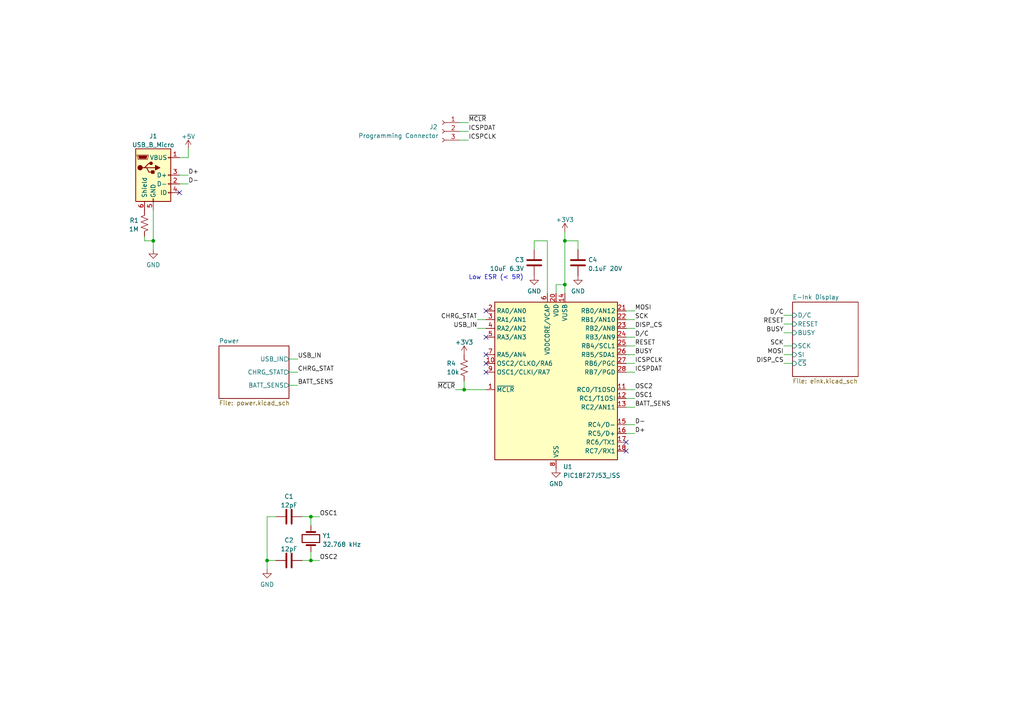
<source format=kicad_sch>
(kicad_sch (version 20211123) (generator eeschema)
  (paper "A4")
  (lib_symbols
    (symbol "Connector:Conn_01x03_Female" (pin_names (offset 1.016) hide)
      (property "Reference" "J" (at 0 5.08 0))
      (property "Value" "Conn_01x03_Female" (at 0 -5.08 0))
      (symbol "Conn_01x03_Female_1_1"
        (arc (start 0 -2.032) (mid -0.508 -2.54) (end 0 -3.048) (stroke (width 0.1524)))
        (polyline (pts (xy -1.27 -2.54) (xy -0.508 -2.54)) (stroke (width 0.1524)))
        (polyline (pts (xy -1.27 0) (xy -0.508 0)) (stroke (width 0.1524)))
        (polyline (pts (xy -1.27 2.54) (xy -0.508 2.54)) (stroke (width 0.1524)))
        (arc (start 0 0.508) (mid -0.508 0) (end 0 -0.508) (stroke (width 0.1524)))
        (arc (start 0 3.048) (mid -0.508 2.54) (end 0 2.032) (stroke (width 0.1524)))
        (pin passive line (at -5.08 2.54 0) (length 3.81) (name "Pin_1") (number "1"))
        (pin passive line (at -5.08 0 0) (length 3.81) (name "Pin_2") (number "2"))
        (pin passive line (at -5.08 -2.54 0) (length 3.81) (name "Pin_3") (number "3"))
      )
    )
    (symbol "Connector:USB_B_Micro" (pin_names (offset 1.016))
      (property "Reference" "J" (at -5.08 11.43 0))
      (property "Value" "USB_B_Micro" (at -5.08 8.89 0))
      (symbol "USB_B_Micro_0_1"
        (rectangle (start -5.08 -7.62) (end 5.08 7.62) (stroke (width 0.254)) (fill (type background)))
        (circle (center -3.81 2.159) (radius 0.635) (stroke (width 0.254)) (fill (type outline)))
        (circle (center -0.635 3.429) (radius 0.381) (stroke (width 0.254)) (fill (type outline)))
        (rectangle (start -0.127 -7.62) (end 0.127 -6.858))
        (polyline (pts (xy -1.905 2.159) (xy 0.635 2.159)) (stroke (width 0.254)))
        (polyline (pts (xy -3.175 2.159) (xy -2.54 2.159) (xy -1.27 3.429) (xy -0.635 3.429)) (stroke (width 0.254)))
        (polyline (pts (xy -2.54 2.159) (xy -1.905 2.159) (xy -1.27 0.889) (xy 0 0.889)) (stroke (width 0.254)))
        (polyline (pts (xy 0.635 2.794) (xy 0.635 1.524) (xy 1.905 2.159) (xy 0.635 2.794)) (stroke (width 0.254)) (fill (type outline)))
        (polyline (pts (xy -4.318 5.588) (xy -1.778 5.588) (xy -2.032 4.826) (xy -4.064 4.826) (xy -4.318 5.588)) (fill (type outline)))
        (polyline (pts (xy -4.699 5.842) (xy -4.699 5.588) (xy -4.445 4.826) (xy -4.445 4.572) (xy -1.651 4.572) (xy -1.651 4.826) (xy -1.397 5.588) (xy -1.397 5.842) (xy -4.699 5.842)))
        (rectangle (start 0.254 1.27) (end -0.508 0.508) (stroke (width 0.254)) (fill (type outline)))
        (rectangle (start 5.08 -5.207) (end 4.318 -4.953))
        (rectangle (start 5.08 -2.667) (end 4.318 -2.413))
        (rectangle (start 5.08 -0.127) (end 4.318 0.127))
        (rectangle (start 5.08 4.953) (end 4.318 5.207))
      )
      (symbol "USB_B_Micro_1_1"
        (pin power_out line (at 7.62 5.08 180) (length 2.54) (name "VBUS") (number "1"))
        (pin bidirectional line (at 7.62 -2.54 180) (length 2.54) (name "D-") (number "2"))
        (pin bidirectional line (at 7.62 0 180) (length 2.54) (name "D+") (number "3"))
        (pin passive line (at 7.62 -5.08 180) (length 2.54) (name "ID") (number "4"))
        (pin power_out line (at 0 -10.16 90) (length 2.54) (name "GND") (number "5"))
        (pin passive line (at -2.54 -10.16 90) (length 2.54) (name "Shield") (number "6"))
      )
    )
    (symbol "Device:C" (pin_numbers hide) (pin_names (offset 0.254))
      (property "Reference" "C" (at 0.635 2.54 0))
      (property "Value" "C" (at 0.635 -2.54 0))
      (symbol "C_0_1"
        (polyline (pts (xy -2.032 -0.762) (xy 2.032 -0.762)) (stroke (width 0.508)))
        (polyline (pts (xy -2.032 0.762) (xy 2.032 0.762)) (stroke (width 0.508)))
      )
      (symbol "C_1_1"
        (pin passive line (at 0 3.81 270) (length 2.794) (name "~") (number "1"))
        (pin passive line (at 0 -3.81 90) (length 2.794) (name "~") (number "2"))
      )
    )
    (symbol "Device:Crystal" (pin_numbers hide) (pin_names (offset 1.016) hide)
      (property "Reference" "Y" (at 0 3.81 0))
      (property "Value" "Crystal" (at 0 -3.81 0))
      (symbol "Crystal_0_1"
        (rectangle (start -1.143 2.54) (end 1.143 -2.54) (stroke (width 0.3048)))
        (polyline (pts (xy -2.54 0) (xy -1.905 0)))
        (polyline (pts (xy -1.905 -1.27) (xy -1.905 1.27)) (stroke (width 0.508)))
        (polyline (pts (xy 1.905 -1.27) (xy 1.905 1.27)) (stroke (width 0.508)))
        (polyline (pts (xy 2.54 0) (xy 1.905 0)))
      )
      (symbol "Crystal_1_1"
        (pin passive line (at -3.81 0 0) (length 1.27) (name "1") (number "1"))
        (pin passive line (at 3.81 0 180) (length 1.27) (name "2") (number "2"))
      )
    )
    (symbol "Device:R_US" (pin_numbers hide) (pin_names (offset 0))
      (property "Reference" "R" (at 2.54 0 90))
      (property "Value" "R_US" (at -2.54 0 90))
      (symbol "R_US_0_1"
        (polyline (pts (xy 0 -2.286) (xy 0 -2.54)))
        (polyline (pts (xy 0 2.286) (xy 0 2.54)))
        (polyline (pts (xy 0 -0.762) (xy 1.016 -1.143) (xy 0 -1.524) (xy -1.016 -1.905) (xy 0 -2.286)))
        (polyline (pts (xy 0 0.762) (xy 1.016 0.381) (xy 0 0) (xy -1.016 -0.381) (xy 0 -0.762)))
        (polyline (pts (xy 0 2.286) (xy 1.016 1.905) (xy 0 1.524) (xy -1.016 1.143) (xy 0 0.762)))
      )
      (symbol "R_US_1_1"
        (pin passive line (at 0 3.81 270) (length 1.27) (name "~") (number "1"))
        (pin passive line (at 0 -3.81 90) (length 1.27) (name "~") (number "2"))
      )
    )
    (symbol "MCU_Microchip_PIC18:PIC18F27J53_ISS"
      (property "Reference" "U" (at -16.51 24.13 0))
      (property "Value" "PIC18F27J53_ISS" (at 20.32 24.13 0))
      (symbol "PIC18F27J53_ISS_0_1"
        (rectangle (start 17.78 -22.86) (end -17.78 22.86) (stroke (width 0.254)) (fill (type background)))
      )
      (symbol "PIC18F27J53_ISS_1_1"
        (pin input line (at -20.32 -2.54 0) (length 2.54) (name "~{MCLR}") (number "1"))
        (pin bidirectional line (at -20.32 5.08 0) (length 2.54) (name "OSC2/CLKO/RA6") (number "10"))
        (pin bidirectional line (at 20.32 -2.54 180) (length 2.54) (name "RC0/T1OSO") (number "11"))
        (pin bidirectional line (at 20.32 -5.08 180) (length 2.54) (name "RC1/T1OSI") (number "12"))
        (pin bidirectional line (at 20.32 -7.62 180) (length 2.54) (name "RC2/AN11") (number "13"))
        (pin power_in line (at 2.54 25.4 270) (length 2.54) (name "VUSB") (number "14"))
        (pin bidirectional line (at 20.32 -12.7 180) (length 2.54) (name "RC4/D-") (number "15"))
        (pin bidirectional line (at 20.32 -15.24 180) (length 2.54) (name "RC5/D+") (number "16"))
        (pin bidirectional line (at 20.32 -17.78 180) (length 2.54) (name "RC6/TX1") (number "17"))
        (pin bidirectional line (at 20.32 -20.32 180) (length 2.54) (name "RC7/RX1") (number "18"))
        (pin passive line (at 0 -25.4 90) (length 2.54) hide (name "VSS") (number "19"))
        (pin bidirectional line (at -20.32 20.32 0) (length 2.54) (name "RA0/AN0") (number "2"))
        (pin power_in line (at 0 25.4 270) (length 2.54) (name "VDD") (number "20"))
        (pin bidirectional line (at 20.32 20.32 180) (length 2.54) (name "RB0/AN12") (number "21"))
        (pin bidirectional line (at 20.32 17.78 180) (length 2.54) (name "RB1/AN10") (number "22"))
        (pin bidirectional line (at 20.32 15.24 180) (length 2.54) (name "RB2/AN8") (number "23"))
        (pin bidirectional line (at 20.32 12.7 180) (length 2.54) (name "RB3/AN9") (number "24"))
        (pin bidirectional line (at 20.32 10.16 180) (length 2.54) (name "RB4/SCL1") (number "25"))
        (pin bidirectional line (at 20.32 7.62 180) (length 2.54) (name "RB5/SDA1") (number "26"))
        (pin bidirectional line (at 20.32 5.08 180) (length 2.54) (name "RB6/PGC") (number "27"))
        (pin bidirectional line (at 20.32 2.54 180) (length 2.54) (name "RB7/PGD") (number "28"))
        (pin bidirectional line (at -20.32 17.78 0) (length 2.54) (name "RA1/AN1") (number "3"))
        (pin bidirectional line (at -20.32 15.24 0) (length 2.54) (name "RA2/AN2") (number "4"))
        (pin bidirectional line (at -20.32 12.7 0) (length 2.54) (name "RA3/AN3") (number "5"))
        (pin power_in line (at -2.54 25.4 270) (length 2.54) (name "VDDCORE/VCAP") (number "6"))
        (pin bidirectional line (at -20.32 7.62 0) (length 2.54) (name "RA5/AN4") (number "7"))
        (pin power_in line (at 0 -25.4 90) (length 2.54) (name "VSS") (number "8"))
        (pin bidirectional line (at -20.32 2.54 0) (length 2.54) (name "OSC1/CLKI/RA7") (number "9"))
      )
    )
    (symbol "power:+3V3" (power) (pin_names (offset 0))
      (property "Value" "+3V3" (at 0 3.556 0))
      (symbol "+3V3_0_1"
        (polyline (pts (xy -0.762 1.27) (xy 0 2.54)))
        (polyline (pts (xy 0 0) (xy 0 2.54)))
        (polyline (pts (xy 0 2.54) (xy 0.762 1.27)))
      )
      (symbol "+3V3_1_1"
        (pin power_in line (at 0 0 90) (length 0) hide (name "+3V3") (number "1"))
      )
    )
    (symbol "power:+5V" (power) (pin_names (offset 0))
      (property "Value" "+5V" (at 0 3.556 0))
      (symbol "+5V_0_1"
        (polyline (pts (xy -0.762 1.27) (xy 0 2.54)))
        (polyline (pts (xy 0 0) (xy 0 2.54)))
        (polyline (pts (xy 0 2.54) (xy 0.762 1.27)))
      )
      (symbol "+5V_1_1"
        (pin power_in line (at 0 0 90) (length 0) hide (name "+5V") (number "1"))
      )
    )
    (symbol "power:GND" (power) (pin_names (offset 0))
      (property "Value" "GND" (at 0 -3.81 0))
      (symbol "GND_0_1"
        (polyline (pts (xy 0 0) (xy 0 -1.27) (xy 1.27 -1.27) (xy 0 -2.54) (xy -1.27 -1.27) (xy 0 -1.27)))
      )
      (symbol "GND_1_1"
        (pin power_in line (at 0 0 270) (length 0) hide (name "GND") (number "1"))
      )
    )
  )
  (junction (at 90.17 149.86))
  (junction (at 134.62 113.03))
  (junction (at 44.45 69.85))
  (junction (at 77.47 162.56))
  (junction (at 163.83 69.85))
  (junction (at 90.17 162.56))
  (junction (at 163.83 82.55))
  (no_connect (at 52.07 55.88))
  (no_connect (at 181.61 128.27))
  (no_connect (at 140.97 97.79))
  (no_connect (at 140.97 107.95))
  (no_connect (at 140.97 105.41))
  (no_connect (at 140.97 102.87))
  (no_connect (at 181.61 130.81))
  (no_connect (at 140.97 90.17))
  (wire (pts (xy 83.82 111.76) (xy 86.36 111.76)))
  (wire (pts (xy 80.01 149.86) (xy 77.47 149.86)))
  (wire (pts (xy 163.83 69.85) (xy 163.83 82.55)))
  (wire (pts (xy 54.61 50.8) (xy 52.07 50.8)))
  (wire (pts (xy 158.75 69.85) (xy 154.94 69.85)))
  (wire (pts (xy 44.45 69.85) (xy 41.91 69.85)))
  (wire (pts (xy 87.63 162.56) (xy 90.17 162.56)))
  (wire (pts (xy 133.35 35.56) (xy 135.89 35.56)))
  (wire (pts (xy 138.43 92.71) (xy 140.97 92.71)))
  (wire (pts (xy 167.64 69.85) (xy 163.83 69.85)))
  (wire (pts (xy 167.64 72.39) (xy 167.64 69.85)))
  (wire (pts (xy 227.33 96.52) (xy 229.87 96.52)))
  (wire (pts (xy 154.94 69.85) (xy 154.94 72.39)))
  (wire (pts (xy 77.47 162.56) (xy 80.01 162.56)))
  (wire (pts (xy 54.61 53.34) (xy 52.07 53.34)))
  (wire (pts (xy 163.83 67.31) (xy 163.83 69.85)))
  (wire (pts (xy 184.15 95.25) (xy 181.61 95.25)))
  (wire (pts (xy 184.15 90.17) (xy 181.61 90.17)))
  (wire (pts (xy 184.15 115.57) (xy 181.61 115.57)))
  (wire (pts (xy 134.62 110.49) (xy 134.62 113.03)))
  (wire (pts (xy 227.33 100.33) (xy 229.87 100.33)))
  (wire (pts (xy 90.17 149.86) (xy 87.63 149.86)))
  (wire (pts (xy 163.83 82.55) (xy 163.83 85.09)))
  (wire (pts (xy 133.35 38.1) (xy 135.89 38.1)))
  (wire (pts (xy 41.91 68.58) (xy 41.91 69.85)))
  (wire (pts (xy 83.82 104.14) (xy 86.36 104.14)))
  (wire (pts (xy 227.33 91.44) (xy 229.87 91.44)))
  (wire (pts (xy 54.61 45.72) (xy 54.61 43.18)))
  (wire (pts (xy 184.15 107.95) (xy 181.61 107.95)))
  (wire (pts (xy 90.17 149.86) (xy 92.71 149.86)))
  (wire (pts (xy 52.07 45.72) (xy 54.61 45.72)))
  (wire (pts (xy 227.33 105.41) (xy 229.87 105.41)))
  (wire (pts (xy 184.15 113.03) (xy 181.61 113.03)))
  (wire (pts (xy 184.15 97.79) (xy 181.61 97.79)))
  (wire (pts (xy 184.15 118.11) (xy 181.61 118.11)))
  (wire (pts (xy 161.29 82.55) (xy 163.83 82.55)))
  (wire (pts (xy 227.33 93.98) (xy 229.87 93.98)))
  (wire (pts (xy 133.35 40.64) (xy 135.89 40.64)))
  (wire (pts (xy 184.15 105.41) (xy 181.61 105.41)))
  (wire (pts (xy 132.08 113.03) (xy 134.62 113.03)))
  (wire (pts (xy 184.15 123.19) (xy 181.61 123.19)))
  (wire (pts (xy 83.82 107.95) (xy 86.36 107.95)))
  (wire (pts (xy 158.75 69.85) (xy 158.75 85.09)))
  (wire (pts (xy 77.47 149.86) (xy 77.47 162.56)))
  (wire (pts (xy 90.17 162.56) (xy 90.17 160.02)))
  (wire (pts (xy 44.45 69.85) (xy 44.45 72.39)))
  (wire (pts (xy 181.61 100.33) (xy 184.15 100.33)))
  (wire (pts (xy 90.17 152.4) (xy 90.17 149.86)))
  (wire (pts (xy 90.17 162.56) (xy 92.71 162.56)))
  (wire (pts (xy 44.45 60.96) (xy 44.45 69.85)))
  (wire (pts (xy 181.61 102.87) (xy 184.15 102.87)))
  (wire (pts (xy 161.29 85.09) (xy 161.29 82.55)))
  (wire (pts (xy 134.62 113.03) (xy 140.97 113.03)))
  (wire (pts (xy 77.47 165.1) (xy 77.47 162.56)))
  (wire (pts (xy 138.43 95.25) (xy 140.97 95.25)))
  (wire (pts (xy 184.15 92.71) (xy 181.61 92.71)))
  (wire (pts (xy 227.33 102.87) (xy 229.87 102.87)))
  (wire (pts (xy 184.15 125.73) (xy 181.61 125.73)))
  (text "Low ESR (< 5R)" (at 135.89 81.28 0) (effects (font (size 1.27 1.27)) (justify left bottom)))
  (label "~{MCLR}" (at 132.08 113.03 180))
  (label "SCK" (at 227.33 100.33 180))
  (label "D{slash}C" (at 227.33 91.44 180))
  (label "D{slash}C" (at 184.15 97.79 0))
  (label "USB_IN" (at 86.36 104.14 0))
  (label "ICSPDAT" (at 135.89 38.1 0))
  (label "DISP_CS" (at 184.15 95.25 0))
  (label "D+" (at 184.15 125.73 0))
  (label "SCK" (at 184.15 92.71 0))
  (label "BUSY" (at 227.33 96.52 180))
  (label "CHRG_STAT" (at 86.36 107.95 0))
  (label "D-" (at 184.15 123.19 0))
  (label "USB_IN" (at 138.43 95.25 180))
  (label "ICSPDAT" (at 184.15 107.95 0))
  (label "CHRG_STAT" (at 138.43 92.71 180))
  (label "ICSPCLK" (at 184.15 105.41 0))
  (label "~{MCLR}" (at 135.89 35.56 0))
  (label "D+" (at 54.61 50.8 0))
  (label "D-" (at 54.61 53.34 0))
  (label "OSC2" (at 92.71 162.56 0))
  (label "BATT_SENS" (at 184.15 118.11 0))
  (label "RESET" (at 184.15 100.33 0))
  (label "BUSY" (at 184.15 102.87 0))
  (label "MOSI" (at 184.15 90.17 0))
  (label "BATT_SENS" (at 86.36 111.76 0))
  (label "OSC2" (at 184.15 113.03 0))
  (label "OSC1" (at 92.71 149.86 0))
  (label "ICSPCLK" (at 135.89 40.64 0))
  (label "DISP_CS" (at 227.33 105.41 180))
  (label "MOSI" (at 227.33 102.87 180))
  (label "RESET" (at 227.33 93.98 180))
  (label "OSC1" (at 184.15 115.57 0))
  (symbol (lib_id "power:+3V3") (at 163.83 67.31 0) (mirror y) (unit 1)
    (property "Reference" "#PWR010" (effects hide))
    (property "Value" "+3V3" (at 163.83 63.7342 0))
  )
  (symbol (lib_id "Device:C") (at 167.64 76.2 180) (unit 1)
    (property "Reference" "C4" (at 170.561 75.3653 0) (effects (justify right)))
    (property "Value" "0.1uF 20V" (at 170.561 77.9022 0) (effects (justify right)))
    (property "Footprint" "Capacitor_SMD:C_0805_2012Metric_Pad1.18x1.45mm_HandSolder" (effects hide))
  )
  (symbol (lib_id "power:GND") (at 154.94 80.01 0) (mirror y) (unit 1)
    (property "Reference" "#PWR08" (effects hide))
    (property "Value" "GND" (at 154.94 84.4534 0))
  )
  (symbol (lib_id "Device:Crystal") (at 90.17 156.21 270) (unit 1)
    (property "Reference" "Y1" (at 93.4974 155.3753 90) (effects (justify left)))
    (property "Value" "32.768 kHz" (at 93.4974 157.9122 90) (effects (justify left)))
    (property "Footprint" "Crystal:Crystal_SMD_MicroCrystal_MS3V-T1R" (effects hide))
    (property "Datasheet" "MS3V-T1R-32.768KHZ-12.5PF-20PPM-TA-QC" (effects hide))
  )
  (symbol (lib_id "power:GND") (at 167.64 80.01 0) (unit 1)
    (property "Reference" "#PWR011" (effects hide))
    (property "Value" "GND" (at 167.64 84.4534 0))
  )
  (symbol (lib_id "Device:R_US") (at 134.62 106.68 0) (unit 1)
    (property "Reference" "R4" (at 129.54 105.41 0) (effects (justify left)))
    (property "Value" "10k" (at 129.54 107.9469 0) (effects (justify left)))
    (property "Footprint" "Resistor_SMD:R_0805_2012Metric_Pad1.20x1.40mm_HandSolder" (effects hide))
  )
  (symbol (lib_id "power:+5V") (at 54.61 43.18 0) (unit 1)
    (property "Reference" "#PWR02" (effects hide))
    (property "Value" "+5V" (at 54.61 39.6042 0))
  )
  (symbol (lib_id "Device:C") (at 83.82 149.86 90) (unit 1)
    (property "Reference" "C1" (at 83.82 144.0012 90))
    (property "Value" "12pF" (at 83.82 146.5381 90))
    (property "Footprint" "Capacitor_SMD:C_0805_2012Metric_Pad1.18x1.45mm_HandSolder" (effects hide))
  )
  (symbol (lib_id "power:+3V3") (at 134.62 102.87 0) (unit 1)
    (property "Reference" "#PWR07" (effects hide))
    (property "Value" "+3V3" (at 134.62 99.2942 0))
  )
  (symbol (lib_id "Device:R_US") (at 41.91 64.77 0) (mirror x) (unit 1)
    (property "Reference" "R1" (at 40.259 63.9353 0) (effects (justify right)))
    (property "Value" "1M" (at 40.259 66.4722 0) (effects (justify right)))
    (property "Footprint" "Resistor_SMD:R_0805_2012Metric_Pad1.20x1.40mm_HandSolder" (effects hide))
  )
  (symbol (lib_id "power:GND") (at 161.29 135.89 0) (unit 1)
    (property "Reference" "#PWR09" (effects hide))
    (property "Value" "GND" (at 161.29 140.3334 0))
  )
  (symbol (lib_id "power:GND") (at 77.47 165.1 0) (mirror y) (unit 1)
    (property "Reference" "#PWR03" (effects hide))
    (property "Value" "GND" (at 77.47 169.5434 0))
  )
  (symbol (lib_id "Device:C") (at 154.94 76.2 0) (mirror x) (unit 1)
    (property "Reference" "C3" (at 152.0191 75.3653 0) (effects (justify right)))
    (property "Value" "10uF 6.3V" (at 152.0191 77.9022 0) (effects (justify right)))
    (property "Footprint" "Capacitor_SMD:C_0805_2012Metric_Pad1.18x1.45mm_HandSolder" (effects hide))
  )
  (symbol (lib_id "Device:C") (at 83.82 162.56 90) (unit 1)
    (property "Reference" "C2" (at 83.82 156.7012 90))
    (property "Value" "12pF" (at 83.82 159.2381 90))
    (property "Footprint" "Capacitor_SMD:C_0805_2012Metric_Pad1.18x1.45mm_HandSolder" (effects hide))
  )
  (symbol (lib_id "Connector:Conn_01x03_Female") (at 128.27 38.1 0) (mirror y) (unit 1)
    (property "Reference" "J2" (at 125.73 36.83 0))
    (property "Value" "Programming Connector" (at 115.57 39.37 0))
    (property "Footprint" "dumbwatch:PinHeader_3x2.54_SMD_90deg" (effects hide))
  )
  (symbol (lib_id "Connector:USB_B_Micro") (at 44.45 50.8 0) (unit 1)
    (property "Reference" "J1" (at 44.45 39.4802 0))
    (property "Value" "USB_B_Micro" (at 44.45 42.0171 0))
    (property "Footprint" "Connector_USB:USB_Micro-B_Amphenol_10104110_Horizontal" (effects hide))
  )
  (symbol (lib_id "MCU_Microchip_PIC18:PIC18F27J53_ISS") (at 161.29 110.49 0) (unit 1)
    (property "Reference" "U1" (at 163.3094 135.3804 0) (effects (justify left)))
    (property "Value" "PIC18F27J53_ISS" (at 163.3094 137.9173 0) (effects (justify left)))
    (property "Footprint" "Package_SO:SSOP-28_5.3x10.2mm_P0.65mm" (effects hide))
    (property "Datasheet" "http://ww1.microchip.com/downloads/en/DeviceDoc/30009964C.pdf" (effects hide))
  )
  (symbol (lib_id "power:GND") (at 44.45 72.39 0) (unit 1)
    (property "Reference" "#PWR0101" (effects hide))
    (property "Value" "GND" (at 44.45 76.8334 0))
  )
  (sheet (at 63.5 100.33) (size 20.32 15.24) (stroke (width 0.1524))
    (property "Sheet name" "Power" (at 63.5 99.6184 0) (effects (justify left bottom)))
    (property "Sheet file" "power.kicad_sch" (at 63.5 116.1546 0) (effects (justify left top)))
    (pin "CHRG_STAT" output (at 83.82 107.95 0))
    (pin "USB_IN" output (at 83.82 104.14 0))
    (pin "BATT_SENS" output (at 83.82 111.76 0))
  )
  (sheet (at 229.87 87.63) (size 19.05 21.59) (stroke (width 0.1524))
    (property "Sheet name" "E-Ink Display" (at 229.87 86.9184 0) (effects (justify left bottom)))
    (property "Sheet file" "eink.kicad_sch" (at 229.87 109.8046 0) (effects (justify left top)))
    (pin "~{CS}" input (at 229.87 105.41 180))
    (pin "D{slash}C" input (at 229.87 91.44 180))
    (pin "RESET" input (at 229.87 93.98 180))
    (pin "BUSY" input (at 229.87 96.52 180))
    (pin "SI" input (at 229.87 102.87 180))
    (pin "SCK" input (at 229.87 100.33 180))
  )
)
</source>
